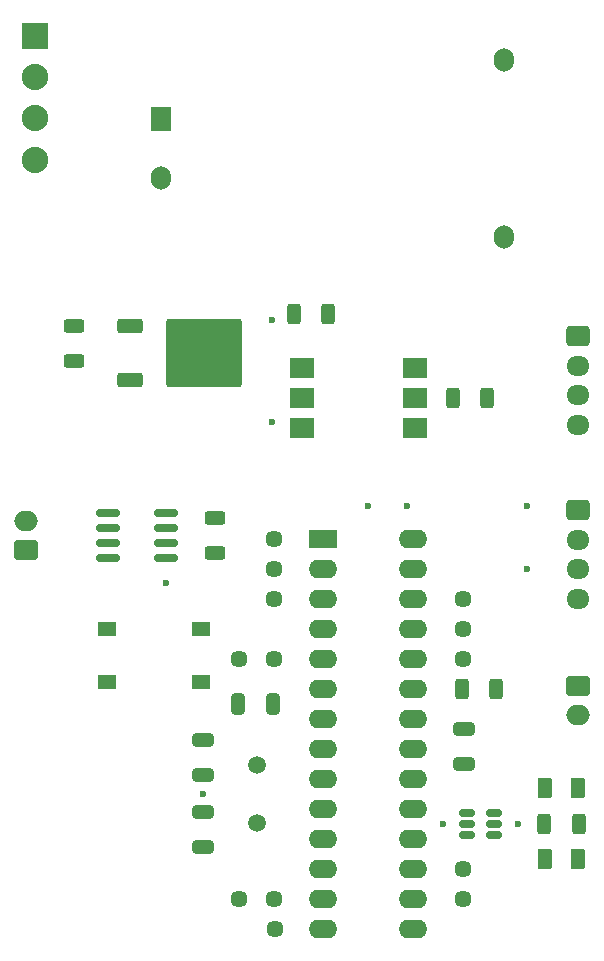
<source format=gts>
%TF.GenerationSoftware,KiCad,Pcbnew,8.0.6*%
%TF.CreationDate,2025-01-14T16:33:27+13:00*%
%TF.ProjectId,FilamentDryerController1,46696c61-6d65-46e7-9444-72796572436f,rev?*%
%TF.SameCoordinates,Original*%
%TF.FileFunction,Soldermask,Top*%
%TF.FilePolarity,Negative*%
%FSLAX46Y46*%
G04 Gerber Fmt 4.6, Leading zero omitted, Abs format (unit mm)*
G04 Created by KiCad (PCBNEW 8.0.6) date 2025-01-14 16:33:27*
%MOMM*%
%LPD*%
G01*
G04 APERTURE LIST*
G04 Aperture macros list*
%AMRoundRect*
0 Rectangle with rounded corners*
0 $1 Rounding radius*
0 $2 $3 $4 $5 $6 $7 $8 $9 X,Y pos of 4 corners*
0 Add a 4 corners polygon primitive as box body*
4,1,4,$2,$3,$4,$5,$6,$7,$8,$9,$2,$3,0*
0 Add four circle primitives for the rounded corners*
1,1,$1+$1,$2,$3*
1,1,$1+$1,$4,$5*
1,1,$1+$1,$6,$7*
1,1,$1+$1,$8,$9*
0 Add four rect primitives between the rounded corners*
20,1,$1+$1,$2,$3,$4,$5,0*
20,1,$1+$1,$4,$5,$6,$7,0*
20,1,$1+$1,$6,$7,$8,$9,0*
20,1,$1+$1,$8,$9,$2,$3,0*%
G04 Aperture macros list end*
%ADD10RoundRect,0.726600X-0.000010X-0.000010X0.000010X-0.000010X0.000010X0.000010X-0.000010X0.000010X0*%
%ADD11RoundRect,0.250000X-0.625000X0.312500X-0.625000X-0.312500X0.625000X-0.312500X0.625000X0.312500X0*%
%ADD12RoundRect,0.250000X0.750000X-0.600000X0.750000X0.600000X-0.750000X0.600000X-0.750000X-0.600000X0*%
%ADD13O,2.000000X1.700000*%
%ADD14RoundRect,0.250000X-0.650000X0.325000X-0.650000X-0.325000X0.650000X-0.325000X0.650000X0.325000X0*%
%ADD15R,2.000000X1.780000*%
%ADD16RoundRect,0.250000X-0.312500X-0.625000X0.312500X-0.625000X0.312500X0.625000X-0.312500X0.625000X0*%
%ADD17RoundRect,0.250000X-0.725000X0.600000X-0.725000X-0.600000X0.725000X-0.600000X0.725000X0.600000X0*%
%ADD18O,1.950000X1.700000*%
%ADD19RoundRect,0.250000X-0.750000X0.600000X-0.750000X-0.600000X0.750000X-0.600000X0.750000X0.600000X0*%
%ADD20RoundRect,0.250000X0.312500X0.625000X-0.312500X0.625000X-0.312500X-0.625000X0.312500X-0.625000X0*%
%ADD21C,1.500000*%
%ADD22R,1.550000X1.300000*%
%ADD23RoundRect,0.250000X-0.375000X-0.625000X0.375000X-0.625000X0.375000X0.625000X-0.375000X0.625000X0*%
%ADD24RoundRect,0.101600X-1.016000X1.016000X-1.016000X-1.016000X1.016000X-1.016000X1.016000X1.016000X0*%
%ADD25C,2.235200*%
%ADD26RoundRect,0.250000X-0.850000X-0.350000X0.850000X-0.350000X0.850000X0.350000X-0.850000X0.350000X0*%
%ADD27RoundRect,0.249997X-2.950003X-2.650003X2.950003X-2.650003X2.950003X2.650003X-2.950003X2.650003X0*%
%ADD28R,1.700000X2.000000*%
%ADD29O,1.700000X2.000000*%
%ADD30RoundRect,0.150000X-0.512500X-0.150000X0.512500X-0.150000X0.512500X0.150000X-0.512500X0.150000X0*%
%ADD31RoundRect,0.150000X0.825000X0.150000X-0.825000X0.150000X-0.825000X-0.150000X0.825000X-0.150000X0*%
%ADD32R,2.400000X1.600000*%
%ADD33O,2.400000X1.600000*%
%ADD34RoundRect,0.250000X0.650000X-0.325000X0.650000X0.325000X-0.650000X0.325000X-0.650000X-0.325000X0*%
%ADD35RoundRect,0.250000X0.325000X0.650000X-0.325000X0.650000X-0.325000X-0.650000X0.325000X-0.650000X0*%
%ADD36C,0.600000*%
G04 APERTURE END LIST*
D10*
%TO.C,TP5*%
X59605600Y-76708000D03*
%TD*%
%TO.C,TP3*%
X59605600Y-97028000D03*
%TD*%
%TO.C,TP11*%
X40640000Y-79248000D03*
%TD*%
%TO.C,TP10*%
X43605600Y-79248000D03*
%TD*%
D11*
%TO.C,R4*%
X26670000Y-51115500D03*
X26670000Y-54040500D03*
%TD*%
D12*
%TO.C,J3*%
X22606000Y-70064000D03*
D13*
X22606000Y-67564000D03*
%TD*%
D14*
%TO.C,C5*%
X37605600Y-92266000D03*
X37605600Y-95216000D03*
%TD*%
D15*
%TO.C,U2*%
X55504000Y-59690000D03*
X55504000Y-57150000D03*
X55504000Y-54610000D03*
X45974000Y-54610000D03*
X45974000Y-57150000D03*
X45974000Y-59690000D03*
%TD*%
D10*
%TO.C,TP13*%
X43605600Y-99568000D03*
%TD*%
%TO.C,TP4*%
X59605600Y-79248000D03*
%TD*%
%TO.C,TP9*%
X43605600Y-74168000D03*
%TD*%
%TO.C,TP7*%
X43605600Y-69088000D03*
%TD*%
D16*
%TO.C,R2*%
X59497500Y-81788000D03*
X62422500Y-81788000D03*
%TD*%
D17*
%TO.C,J1*%
X69342000Y-51936000D03*
D18*
X69342000Y-54436000D03*
X69342000Y-56936000D03*
X69342000Y-59436000D03*
%TD*%
D19*
%TO.C,J4*%
X69342000Y-81534000D03*
D13*
X69342000Y-84034000D03*
%TD*%
D10*
%TO.C,TP6*%
X59605600Y-74168000D03*
%TD*%
D16*
%TO.C,R6*%
X66457100Y-93233000D03*
X69382100Y-93233000D03*
%TD*%
D20*
%TO.C,R3*%
X61660500Y-57150000D03*
X58735500Y-57150000D03*
%TD*%
D21*
%TO.C,Y1*%
X42138600Y-88243000D03*
X42138600Y-93123000D03*
%TD*%
D22*
%TO.C,SW1*%
X37444600Y-81223000D03*
X29484600Y-81223000D03*
X37444600Y-76723000D03*
X29484600Y-76723000D03*
%TD*%
D10*
%TO.C,TP8*%
X43605600Y-71628000D03*
%TD*%
D23*
%TO.C,D1*%
X66519600Y-90185000D03*
X69319600Y-90185000D03*
%TD*%
D10*
%TO.C,TP1*%
X43688000Y-102108000D03*
%TD*%
D24*
%TO.C,J5*%
X23368000Y-26500000D03*
D25*
X23368000Y-30000000D03*
X23368000Y-33500000D03*
X23368000Y-37000000D03*
%TD*%
D23*
%TO.C,D2*%
X66519600Y-96185000D03*
X69319600Y-96185000D03*
%TD*%
D17*
%TO.C,J2*%
X69342000Y-66668000D03*
D18*
X69342000Y-69168000D03*
X69342000Y-71668000D03*
X69342000Y-74168000D03*
%TD*%
D26*
%TO.C,Q2*%
X31360000Y-51062500D03*
D27*
X37660000Y-53342500D03*
D26*
X31360000Y-55622500D03*
%TD*%
D28*
%TO.C,PS1*%
X34002500Y-33542500D03*
D29*
X34002500Y-38542500D03*
X63082500Y-28542500D03*
X63082500Y-43542500D03*
%TD*%
D16*
%TO.C,R5*%
X45273500Y-50038000D03*
X48198500Y-50038000D03*
%TD*%
D10*
%TO.C,TP12*%
X40640000Y-99568000D03*
%TD*%
%TO.C,TP2*%
X59605600Y-99568000D03*
%TD*%
D30*
%TO.C,U3*%
X59924100Y-92283000D03*
X59924100Y-93233000D03*
X59924100Y-94183000D03*
X62199100Y-94183000D03*
X62199100Y-93233000D03*
X62199100Y-92283000D03*
%TD*%
D31*
%TO.C,Q1*%
X34479000Y-70739000D03*
X34479000Y-69469000D03*
X34479000Y-68199000D03*
X34479000Y-66929000D03*
X29529000Y-66929000D03*
X29529000Y-68199000D03*
X29529000Y-69469000D03*
X29529000Y-70739000D03*
%TD*%
D32*
%TO.C,U1*%
X47752000Y-69088000D03*
D33*
X47752000Y-71628000D03*
X47752000Y-74168000D03*
X47752000Y-76708000D03*
X47752000Y-79248000D03*
X47752000Y-81788000D03*
X47752000Y-84328000D03*
X47752000Y-86868000D03*
X47752000Y-89408000D03*
X47752000Y-91948000D03*
X47752000Y-94488000D03*
X47752000Y-97028000D03*
X47752000Y-99568000D03*
X47752000Y-102108000D03*
X55372000Y-102108000D03*
X55372000Y-99568000D03*
X55372000Y-97028000D03*
X55372000Y-94488000D03*
X55372000Y-91948000D03*
X55372000Y-89408000D03*
X55372000Y-86868000D03*
X55372000Y-84328000D03*
X55372000Y-81788000D03*
X55372000Y-79248000D03*
X55372000Y-76708000D03*
X55372000Y-74168000D03*
X55372000Y-71628000D03*
X55372000Y-69088000D03*
%TD*%
D11*
%TO.C,R1*%
X38608000Y-67371500D03*
X38608000Y-70296500D03*
%TD*%
D14*
%TO.C,C4*%
X37605600Y-86170000D03*
X37605600Y-89120000D03*
%TD*%
D34*
%TO.C,C1*%
X59690000Y-88138000D03*
X59690000Y-85188000D03*
%TD*%
D35*
%TO.C,C3*%
X43486600Y-83073000D03*
X40536600Y-83073000D03*
%TD*%
D36*
X34479000Y-72833000D03*
X57912000Y-93218000D03*
X37592000Y-90678000D03*
X51562000Y-66294000D03*
X64262000Y-93233000D03*
X65024000Y-66294000D03*
X54864000Y-66294000D03*
X65024000Y-71628000D03*
X43434000Y-50546000D03*
X43434000Y-59182000D03*
M02*

</source>
